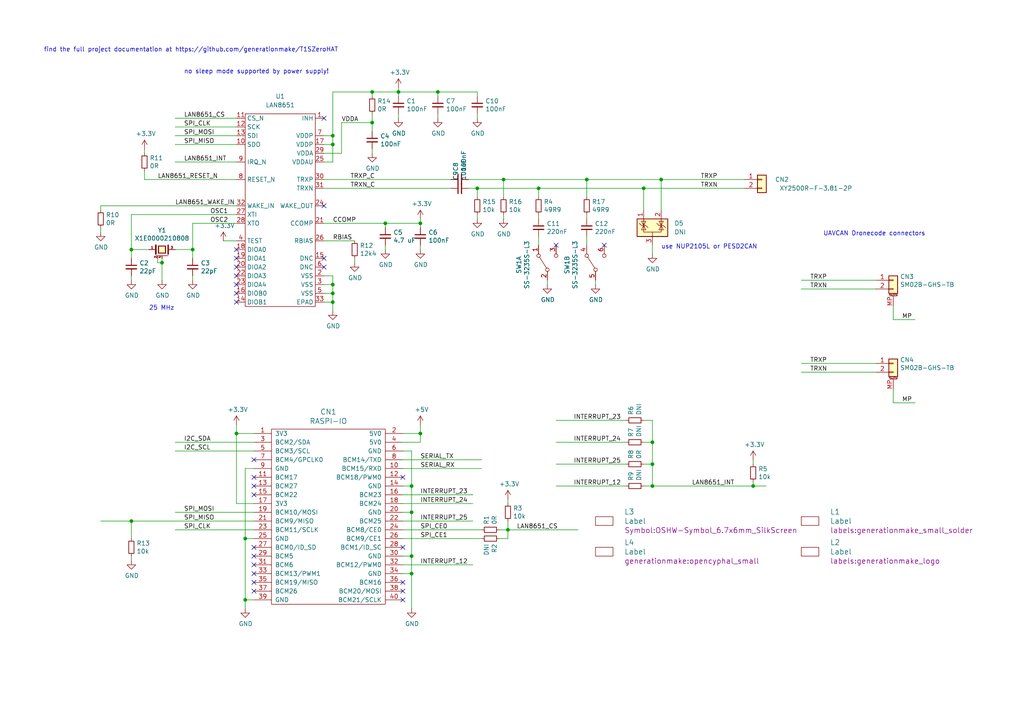
<source format=kicad_sch>
(kicad_sch (version 20211123) (generator eeschema)
  (paper "A4")
  (title_block (title "T1SZeroHAT") (date "2023-08-28") (rev "0.1") (company "generationmake"))
  (lib_symbols
    (symbol "CANFDZeroHAT-rescue:Crystal_SMD_4Pad-devices" (pin_names (offset 1.016) hide)
      (property "Reference" "Y" (at 0 2.286 0))
      (property "Value" "Crystal_SMD_4Pad-devices" (at 2.54 -2.54 0))
      (symbol "Crystal_SMD_4Pad-devices_0_1"
        (polyline (pts (xy -1.778 -1.778) (xy 1.778 -1.778)))
        (polyline (pts (xy -1.778 -1.778) (xy 1.778 -1.778)))
        (polyline (pts (xy -1.778 1.27) (xy -1.778 -1.27)) (stroke (width 0.4064)))
        (polyline (pts (xy -1.778 1.27) (xy -1.778 -1.27)) (stroke (width 0.4064)))
        (polyline (pts (xy 1.778 1.27) (xy 1.778 -1.27)) (stroke (width 0.4064)))
        (polyline (pts (xy -1.016 1.016) (xy 1.016 1.016) (xy 1.016 -1.016) (xy -1.016 -1.016) (xy -1.016 1.016)) (stroke (width 0.3048)) (fill (type background)))
      )
      (symbol "Crystal_SMD_4Pad-devices_1_1"
        (pin passive line (at -3.81 0 0) (length 1.905) (name "1") (number "1"))
        (pin passive line (at -1.27 -2.54 90) (length 0.7112) (name "case") (number "2"))
        (pin passive line (at 3.81 0 180) (length 1.905) (name "3") (number "3"))
        (pin passive line (at 0 -2.54 90) (length 0.7112) (name "case") (number "4"))
      )
    )
    (symbol "CANFDZeroHAT-rescue:RASPI-IO-MODULE_compute" (pin_names (offset 1.016))
      (property "Reference" "CN" (at 0 26.67 0))
      (property "Value" "RASPI-IO-MODULE_compute" (at 0 -26.67 0))
      (symbol "RASPI-IO-MODULE_compute_0_1"
        (rectangle (start -16.51 25.4) (end 16.51 -25.4))
      )
      (symbol "RASPI-IO-MODULE_compute_1_1"
        (pin input line (at -21.59 24.13 0) (length 5.08) (name "3V3") (number "1"))
        (pin input line (at 21.59 13.97 180) (length 5.08) (name "BCM15/RXD") (number "10"))
        (pin input line (at -21.59 11.43 0) (length 5.08) (name "BCM17") (number "11"))
        (pin input line (at 21.59 11.43 180) (length 5.08) (name "BCM18/PWM0") (number "12"))
        (pin input line (at -21.59 8.89 0) (length 5.08) (name "BCM27") (number "13"))
        (pin input line (at 21.59 8.89 180) (length 5.08) (name "GND") (number "14"))
        (pin input line (at -21.59 6.35 0) (length 5.08) (name "BCM22") (number "15"))
        (pin input line (at 21.59 6.35 180) (length 5.08) (name "BCM23") (number "16"))
        (pin input line (at -21.59 3.81 0) (length 5.08) (name "3V3") (number "17"))
        (pin input line (at 21.59 3.81 180) (length 5.08) (name "BCM24") (number "18"))
        (pin input line (at -21.59 1.27 0) (length 5.08) (name "BCM10/MOSI") (number "19"))
        (pin input line (at 21.59 24.13 180) (length 5.08) (name "5V0") (number "2"))
        (pin input line (at 21.59 1.27 180) (length 5.08) (name "GND") (number "20"))
        (pin input line (at -21.59 -1.27 0) (length 5.08) (name "BCM9/MISO") (number "21"))
        (pin input line (at 21.59 -1.27 180) (length 5.08) (name "BCM25") (number "22"))
        (pin input line (at -21.59 -3.81 0) (length 5.08) (name "BCM11/SCLK") (number "23"))
        (pin input line (at 21.59 -3.81 180) (length 5.08) (name "BCM8/CE0") (number "24"))
        (pin input line (at -21.59 -6.35 0) (length 5.08) (name "GND") (number "25"))
        (pin input line (at 21.59 -6.35 180) (length 5.08) (name "BCM9/CE1") (number "26"))
        (pin input line (at -21.59 -8.89 0) (length 5.08) (name "BCM0/ID_SD") (number "27"))
        (pin input line (at 21.59 -8.89 180) (length 5.08) (name "BCM1/ID_SC") (number "28"))
        (pin input line (at -21.59 -11.43 0) (length 5.08) (name "BCM5") (number "29"))
        (pin input line (at -21.59 21.59 0) (length 5.08) (name "BCM2/SDA") (number "3"))
        (pin input line (at 21.59 -11.43 180) (length 5.08) (name "GND") (number "30"))
        (pin input line (at -21.59 -13.97 0) (length 5.08) (name "BCM6") (number "31"))
        (pin input line (at 21.59 -13.97 180) (length 5.08) (name "BCM12/PWM0") (number "32"))
        (pin input line (at -21.59 -16.51 0) (length 5.08) (name "BCM13/PWM1") (number "33"))
        (pin input line (at 21.59 -16.51 180) (length 5.08) (name "GND") (number "34"))
        (pin input line (at -21.59 -19.05 0) (length 5.08) (name "BCM19/MISO") (number "35"))
        (pin input line (at 21.59 -19.05 180) (length 5.08) (name "BCM16") (number "36"))
        (pin input line (at -21.59 -21.59 0) (length 5.08) (name "BCM26") (number "37"))
        (pin input line (at 21.59 -21.59 180) (length 5.08) (name "BCM20/MOSI") (number "38"))
        (pin input line (at -21.59 -24.13 0) (length 5.08) (name "GND") (number "39"))
        (pin input line (at 21.59 21.59 180) (length 5.08) (name "5V0") (number "4"))
        (pin input line (at 21.59 -24.13 180) (length 5.08) (name "BCM21/SCLK") (number "40"))
        (pin input line (at -21.59 19.05 0) (length 5.08) (name "BCM3/SCL") (number "5"))
        (pin input line (at 21.59 19.05 180) (length 5.08) (name "GND") (number "6"))
        (pin input line (at -21.59 16.51 0) (length 5.08) (name "BCM4/GPCLK0") (number "7"))
        (pin input line (at 21.59 16.51 180) (length 5.08) (name "BCM14/TXD") (number "8"))
        (pin input line (at -21.59 13.97 0) (length 5.08) (name "GND") (number "9"))
      )
    )
    (symbol "Connector_Generic:Conn_01x02" (pin_names (offset 1.016) hide)
      (property "Reference" "J" (at 0 2.54 0))
      (property "Value" "Conn_01x02" (at 0 -5.08 0))
      (symbol "Conn_01x02_1_1"
        (rectangle (start -1.27 -2.413) (end 0 -2.667) (stroke (width 0.1524)))
        (rectangle (start -1.27 0.127) (end 0 -0.127) (stroke (width 0.1524)))
        (rectangle (start -1.27 1.27) (end 1.27 -3.81) (stroke (width 0.254)) (fill (type background)))
        (pin passive line (at -5.08 0 0) (length 3.81) (name "Pin_1") (number "1"))
        (pin passive line (at -5.08 -2.54 0) (length 3.81) (name "Pin_2") (number "2"))
      )
    )
    (symbol "Connector_Generic_MountingPin:Conn_01x02_MountingPin" (pin_names (offset 1.016) hide)
      (property "Reference" "J" (at 0 2.54 0))
      (property "Value" "Conn_01x02_MountingPin" (at 1.27 -5.08 0))
      (symbol "Conn_01x02_MountingPin_1_1"
        (rectangle (start -1.27 -2.413) (end 0 -2.667) (stroke (width 0.1524)))
        (rectangle (start -1.27 0.127) (end 0 -0.127) (stroke (width 0.1524)))
        (rectangle (start -1.27 1.27) (end 1.27 -3.81) (stroke (width 0.254)) (fill (type background)))
        (polyline (pts (xy -1.016 -4.572) (xy 1.016 -4.572)) (stroke (width 0.1524)))
        (text "Mounting" (at 0 -4.191 0) (effects (font (size 0.381 0.381))))
        (pin passive line (at -5.08 0 0) (length 3.81) (name "Pin_1") (number "1"))
        (pin passive line (at -5.08 -2.54 0) (length 3.81) (name "Pin_2") (number "2"))
        (pin passive line (at 0 -7.62 90) (length 3.048) (name "MountPin") (number "MP"))
      )
    )
    (symbol "Device:C_Small" (pin_numbers hide) (pin_names (offset 0.254) hide)
      (property "Reference" "C" (at 0.254 1.778 0))
      (property "Value" "C_Small" (at 0.254 -2.032 0))
      (symbol "C_Small_0_1"
        (polyline (pts (xy -1.524 -0.508) (xy 1.524 -0.508)) (stroke (width 0.3302)))
        (polyline (pts (xy -1.524 0.508) (xy 1.524 0.508)) (stroke (width 0.3048)))
      )
      (symbol "C_Small_1_1"
        (pin passive line (at 0 2.54 270) (length 2.032) (name "~") (number "1"))
        (pin passive line (at 0 -2.54 90) (length 2.032) (name "~") (number "2"))
      )
    )
    (symbol "Device:R_Small" (pin_numbers hide) (pin_names (offset 0.254) hide)
      (property "Reference" "R" (at 0.762 0.508 0))
      (property "Value" "R_Small" (at 0.762 -1.016 0))
      (symbol "R_Small_0_1"
        (rectangle (start -0.762 1.778) (end 0.762 -1.778) (stroke (width 0.2032)))
      )
      (symbol "R_Small_1_1"
        (pin passive line (at 0 2.54 270) (length 0.762) (name "~") (number "1"))
        (pin passive line (at 0 -2.54 90) (length 0.762) (name "~") (number "2"))
      )
    )
    (symbol "Power_Protection:NUP2105L" (pin_names hide)
      (property "Reference" "D" (at 5.715 2.54 0))
      (property "Value" "NUP2105L" (at 5.715 0.635 0))
      (symbol "NUP2105L_0_0"
        (pin passive line (at 0 -5.08 90) (length 2.54) (name "A") (number "3"))
      )
      (symbol "NUP2105L_0_1"
        (rectangle (start -4.445 2.54) (end 4.445 -2.54) (stroke (width 0.254)) (fill (type background)))
        (polyline (pts (xy -2.54 2.54) (xy -2.54 0.635)))
        (polyline (pts (xy 0 -1.27) (xy 0 -2.54)))
        (polyline (pts (xy 2.54 2.54) (xy 2.54 0.635)))
        (polyline (pts (xy -3.81 1.27) (xy -3.175 0.635) (xy -1.905 0.635) (xy -1.27 0)))
        (polyline (pts (xy -2.54 0.635) (xy -2.54 -1.27) (xy 2.54 -1.27) (xy 2.54 0.635)))
        (polyline (pts (xy -2.54 0.635) (xy -1.905 -0.635) (xy -3.175 -0.635) (xy -2.54 0.635)))
        (polyline (pts (xy 2.54 0.635) (xy 1.905 -0.635) (xy 3.175 -0.635) (xy 2.54 0.635)))
        (polyline (pts (xy 2.54 0.635) (xy 3.175 1.905) (xy 1.905 1.905) (xy 2.54 0.635)))
        (polyline (pts (xy -2.54 0.635) (xy -3.175 1.905) (xy -1.905 1.905) (xy -2.54 0.635) (xy -2.54 1.27)))
        (polyline (pts (xy 1.27 1.27) (xy 1.905 0.635) (xy 2.54 0.635) (xy 3.175 0.635) (xy 3.81 0)))
      )
      (symbol "NUP2105L_1_1"
        (pin passive line (at -2.54 5.08 270) (length 2.54) (name "K") (number "1"))
        (pin passive line (at 2.54 5.08 270) (length 2.54) (name "K") (number "2"))
      )
    )
    (symbol "Switch:SW_DPDT_x2" (pin_names (offset 0) hide)
      (property "Reference" "SW" (at 0 4.318 0))
      (property "Value" "SW_DPDT_x2" (at 0 -5.08 0))
      (symbol "SW_DPDT_x2_0_0"
        (circle (center -2.032 0) (radius 0.508))
        (circle (center 2.032 -2.54) (radius 0.508))
      )
      (symbol "SW_DPDT_x2_0_1"
        (polyline (pts (xy -1.524 0.254) (xy 1.651 2.286)))
        (circle (center 2.032 2.54) (radius 0.508))
      )
      (symbol "SW_DPDT_x2_1_1"
        (pin passive line (at 5.08 2.54 180) (length 2.54) (name "A") (number "1"))
        (pin passive line (at -5.08 0 0) (length 2.54) (name "B") (number "2"))
        (pin passive line (at 5.08 -2.54 180) (length 2.54) (name "C") (number "3"))
      )
      (symbol "SW_DPDT_x2_2_1"
        (pin passive line (at 5.08 2.54 180) (length 2.54) (name "A") (number "4"))
        (pin passive line (at -5.08 0 0) (length 2.54) (name "B") (number "5"))
        (pin passive line (at 5.08 -2.54 180) (length 2.54) (name "C") (number "6"))
      )
    )
    (symbol "generationmake:LAN8651"
      (property "Reference" "U" (at 0 0 0))
      (property "Value" "LAN8651" (at -1.27 0 0))
      (symbol "LAN8651_0_1"
        (polyline (pts (xy -10.16 24.13) (xy 10.16 24.13) (xy 10.16 -31.75) (xy -10.16 -31.75) (xy -10.16 24.13)))
      )
      (symbol "LAN8651_1_1"
        (pin input line (at 12.7 22.86 180) (length 2.54) (name "INH") (number "1"))
        (pin input line (at -12.7 15.24 0) (length 2.54) (name "SDO") (number "10"))
        (pin input line (at -12.7 22.86 0) (length 2.54) (name "CS_N") (number "11"))
        (pin input line (at -12.7 20.32 0) (length 2.54) (name "SCK") (number "12"))
        (pin input line (at -12.7 17.78 0) (length 2.54) (name "SDI") (number "13"))
        (pin input line (at -12.7 -30.48 0) (length 2.54) (name "DIOB1") (number "14"))
        (pin input line (at 12.7 -17.78 180) (length 2.54) (name "DNC") (number "15"))
        (pin input line (at -12.7 -27.94 0) (length 2.54) (name "DIOB0") (number "16"))
        (pin input line (at 12.7 15.24 180) (length 2.54) (name "VDDP") (number "17"))
        (pin input line (at -12.7 -15.24 0) (length 2.54) (name "DIOA0") (number "18"))
        (pin input line (at -12.7 -17.78 0) (length 2.54) (name "DIOA1") (number "19"))
        (pin input line (at 12.7 -22.86 180) (length 2.54) (name "VSS") (number "2"))
        (pin input line (at -12.7 -20.32 0) (length 2.54) (name "DIOA2") (number "20"))
        (pin input line (at 12.7 -7.62 180) (length 2.54) (name "CCOMP") (number "21"))
        (pin input line (at -12.7 -22.86 0) (length 2.54) (name "DIOA3") (number "22"))
        (pin input line (at -12.7 -25.4 0) (length 2.54) (name "DIOA4") (number "23"))
        (pin input line (at 12.7 -2.54 180) (length 2.54) (name "WAKE_OUT") (number "24"))
        (pin input line (at 12.7 10.16 180) (length 2.54) (name "VDDAU") (number "25"))
        (pin input line (at 12.7 -12.7 180) (length 2.54) (name "RBIAS") (number "26"))
        (pin input line (at -12.7 -5.08 0) (length 2.54) (name "XTI") (number "27"))
        (pin input line (at -12.7 -7.62 0) (length 2.54) (name "XTO") (number "28"))
        (pin input line (at 12.7 12.7 180) (length 2.54) (name "VDDA") (number "29"))
        (pin input line (at 12.7 -25.4 180) (length 2.54) (name "VSS") (number "3"))
        (pin input line (at 12.7 5.08 180) (length 2.54) (name "TRXP") (number "30"))
        (pin input line (at 12.7 2.54 180) (length 2.54) (name "TRXN") (number "31"))
        (pin input line (at -12.7 -2.54 0) (length 2.54) (name "WAKE_IN") (number "32"))
        (pin input line (at 12.7 -30.48 180) (length 2.54) (name "EPAD") (number "33"))
        (pin input line (at -12.7 -12.7 0) (length 2.54) (name "TEST") (number "4"))
        (pin input line (at 12.7 -27.94 180) (length 2.54) (name "VSS") (number "5"))
        (pin input line (at 12.7 -20.32 180) (length 2.54) (name "DNC") (number "6"))
        (pin input line (at 12.7 17.78 180) (length 2.54) (name "VDDP") (number "7"))
        (pin input line (at -12.7 5.08 0) (length 2.54) (name "RESET_N") (number "8"))
        (pin input line (at -12.7 10.16 0) (length 2.54) (name "IRQ_N") (number "9"))
      )
    )
    (symbol "generationmake:Label"
      (property "Reference" "L" (at 0 0 0))
      (property "Value" "Label" (at 0 0 0))
      (symbol "Label_0_1"
        (rectangle (start -2.54 1.27) (end 2.54 -1.27))
      )
    )
    (symbol "power:+3.3V" (power) (pin_names (offset 0))
      (property "Value" "+3.3V" (at 0 3.556 0))
      (symbol "+3.3V_0_1"
        (polyline (pts (xy -0.762 1.27) (xy 0 2.54)))
        (polyline (pts (xy 0 0) (xy 0 2.54)))
        (polyline (pts (xy 0 2.54) (xy 0.762 1.27)))
      )
      (symbol "+3.3V_1_1"
        (pin power_in line (at 0 0 90) (length 0) hide (name "+3.3V") (number "1"))
      )
    )
    (symbol "power:+5V" (power) (pin_names (offset 0))
      (property "Value" "+5V" (at 0 3.556 0))
      (symbol "+5V_0_1"
        (polyline (pts (xy -0.762 1.27) (xy 0 2.54)))
        (polyline (pts (xy 0 0) (xy 0 2.54)))
        (polyline (pts (xy 0 2.54) (xy 0.762 1.27)))
      )
      (symbol "+5V_1_1"
        (pin power_in line (at 0 0 90) (length 0) hide (name "+5V") (number "1"))
      )
    )
    (symbol "power:GND" (power) (pin_names (offset 0))
      (property "Value" "GND" (at 0 -3.81 0))
      (symbol "GND_0_1"
        (polyline (pts (xy 0 0) (xy 0 -1.27) (xy 1.27 -1.27) (xy 0 -2.54) (xy -1.27 -1.27) (xy 0 -1.27)))
      )
      (symbol "GND_1_1"
        (pin power_in line (at 0 0 270) (length 0) hide (name "GND") (number "1"))
      )
    )
  )
  (junction (at 71.12 173.99))
  (junction (at 46.99 76.2))
  (junction (at 111.76 64.77))
  (junction (at 127 26.67))
  (junction (at 96.52 87.63))
  (junction (at 68.58 125.73))
  (junction (at 96.52 82.55))
  (junction (at 121.92 64.77))
  (junction (at 138.43 54.61))
  (junction (at 170.18 52.07))
  (junction (at 71.12 156.21))
  (junction (at 38.1 72.39))
  (junction (at 156.21 54.61))
  (junction (at 96.52 41.91))
  (junction (at 96.52 39.37))
  (junction (at 119.38 166.37))
  (junction (at 189.23 140.97))
  (junction (at 189.23 134.62))
  (junction (at 189.23 128.27))
  (junction (at 55.88 72.39))
  (junction (at 146.05 52.07))
  (junction (at 107.95 26.67))
  (junction (at 191.77 52.07))
  (junction (at 119.38 148.59))
  (junction (at 38.1 151.13))
  (junction (at 218.44 140.97))
  (junction (at 115.57 26.67))
  (junction (at 147.32 153.67))
  (junction (at 119.38 161.29))
  (junction (at 107.95 35.56))
  (junction (at 119.38 140.97))
  (junction (at 96.52 85.09))
  (junction (at 121.92 125.73))
  (junction (at 186.69 54.61))
  (no_connect (at 68.58 82.55))
  (no_connect (at 73.66 138.43))
  (no_connect (at 73.66 140.97))
  (no_connect (at 68.58 85.09))
  (no_connect (at 73.66 171.45))
  (no_connect (at 73.66 168.91))
  (no_connect (at 73.66 166.37))
  (no_connect (at 93.98 34.29))
  (no_connect (at 93.98 74.93))
  (no_connect (at 73.66 133.35))
  (no_connect (at 73.66 143.51))
  (no_connect (at 68.58 77.47))
  (no_connect (at 73.66 161.29))
  (no_connect (at 175.26 71.12))
  (no_connect (at 68.58 80.01))
  (no_connect (at 68.58 74.93))
  (no_connect (at 93.98 77.47))
  (no_connect (at 116.84 168.91))
  (no_connect (at 116.84 158.75))
  (no_connect (at 116.84 173.99))
  (no_connect (at 161.29 71.12))
  (no_connect (at 68.58 72.39))
  (no_connect (at 68.58 87.63))
  (no_connect (at 116.84 171.45))
  (no_connect (at 93.98 59.69))
  (no_connect (at 116.84 138.43))
  (no_connect (at 73.66 163.83))
  (no_connect (at 73.66 158.75))
  (wire (pts (xy 41.91 43.18) (xy 41.91 44.45)))
  (wire (pts (xy 38.1 72.39) (xy 38.1 74.93)))
  (wire (pts (xy 161.29 128.27) (xy 181.61 128.27)))
  (wire (pts (xy 99.06 35.56) (xy 107.95 35.56)))
  (wire (pts (xy 121.92 71.12) (xy 121.92 72.39)))
  (wire (pts (xy 218.44 140.97) (xy 222.25 140.97)))
  (wire (pts (xy 144.78 153.67) (xy 147.32 153.67)))
  (wire (pts (xy 161.29 134.62) (xy 181.61 134.62)))
  (wire (pts (xy 116.84 125.73) (xy 121.92 125.73)))
  (wire (pts (xy 189.23 128.27) (xy 189.23 134.62)))
  (wire (pts (xy 38.1 80.01) (xy 38.1 81.28)))
  (wire (pts (xy 96.52 26.67) (xy 107.95 26.67)))
  (wire (pts (xy 186.69 54.61) (xy 186.69 60.96)))
  (wire (pts (xy 93.98 82.55) (xy 96.52 82.55)))
  (wire (pts (xy 111.76 64.77) (xy 121.92 64.77)))
  (wire (pts (xy 119.38 161.29) (xy 119.38 166.37)))
  (wire (pts (xy 107.95 26.67) (xy 107.95 27.94)))
  (wire (pts (xy 50.8 148.59) (xy 73.66 148.59)))
  (wire (pts (xy 172.72 81.28) (xy 172.72 82.55)))
  (wire (pts (xy 38.1 62.23) (xy 68.58 62.23)))
  (wire (pts (xy 93.98 54.61) (xy 130.81 54.61)))
  (wire (pts (xy 186.69 134.62) (xy 189.23 134.62)))
  (wire (pts (xy 127 26.67) (xy 138.43 26.67)))
  (wire (pts (xy 116.84 166.37) (xy 119.38 166.37)))
  (wire (pts (xy 139.7 156.21) (xy 116.84 156.21)))
  (wire (pts (xy 158.75 81.28) (xy 158.75 82.55)))
  (wire (pts (xy 107.95 33.02) (xy 107.95 35.56)))
  (wire (pts (xy 68.58 125.73) (xy 68.58 123.19)))
  (wire (pts (xy 50.8 130.81) (xy 73.66 130.81)))
  (wire (pts (xy 93.98 39.37) (xy 96.52 39.37)))
  (wire (pts (xy 115.57 33.02) (xy 115.57 34.29)))
  (wire (pts (xy 115.57 26.67) (xy 127 26.67)))
  (wire (pts (xy 116.84 140.97) (xy 119.38 140.97)))
  (wire (pts (xy 93.98 80.01) (xy 96.52 80.01)))
  (wire (pts (xy 115.57 27.94) (xy 115.57 26.67)))
  (wire (pts (xy 29.21 66.04) (xy 29.21 67.31)))
  (wire (pts (xy 138.43 26.67) (xy 138.43 27.94)))
  (wire (pts (xy 161.29 140.97) (xy 181.61 140.97)))
  (wire (pts (xy 68.58 52.07) (xy 41.91 52.07)))
  (wire (pts (xy 186.69 54.61) (xy 215.9 54.61)))
  (wire (pts (xy 43.18 72.39) (xy 38.1 72.39)))
  (wire (pts (xy 265.43 116.84) (xy 259.08 116.84)))
  (wire (pts (xy 259.08 88.9) (xy 259.08 92.71)))
  (wire (pts (xy 107.95 43.18) (xy 107.95 44.45)))
  (wire (pts (xy 186.69 128.27) (xy 189.23 128.27)))
  (wire (pts (xy 55.88 64.77) (xy 68.58 64.77)))
  (wire (pts (xy 170.18 52.07) (xy 170.18 57.15)))
  (wire (pts (xy 45.72 76.2) (xy 46.99 76.2)))
  (wire (pts (xy 96.52 39.37) (xy 96.52 26.67)))
  (wire (pts (xy 111.76 64.77) (xy 111.76 66.04)))
  (wire (pts (xy 38.1 151.13) (xy 73.66 151.13)))
  (wire (pts (xy 55.88 80.01) (xy 55.88 81.28)))
  (wire (pts (xy 93.98 64.77) (xy 111.76 64.77)))
  (wire (pts (xy 147.32 144.78) (xy 147.32 146.05)))
  (wire (pts (xy 93.98 46.99) (xy 96.52 46.99)))
  (wire (pts (xy 64.77 69.85) (xy 68.58 69.85)))
  (wire (pts (xy 156.21 62.23) (xy 156.21 63.5)))
  (wire (pts (xy 50.8 34.29) (xy 68.58 34.29)))
  (wire (pts (xy 156.21 68.58) (xy 156.21 71.12)))
  (wire (pts (xy 161.29 121.92) (xy 181.61 121.92)))
  (wire (pts (xy 135.89 54.61) (xy 138.43 54.61)))
  (wire (pts (xy 119.38 148.59) (xy 119.38 161.29)))
  (wire (pts (xy 116.84 130.81) (xy 119.38 130.81)))
  (wire (pts (xy 146.05 52.07) (xy 146.05 57.15)))
  (wire (pts (xy 116.84 143.51) (xy 137.16 143.51)))
  (wire (pts (xy 119.38 130.81) (xy 119.38 140.97)))
  (wire (pts (xy 232.41 83.82) (xy 254 83.82)))
  (wire (pts (xy 139.7 133.35) (xy 116.84 133.35)))
  (wire (pts (xy 55.88 64.77) (xy 55.88 72.39)))
  (wire (pts (xy 73.66 146.05) (xy 68.58 146.05)))
  (wire (pts (xy 121.92 63.5) (xy 121.92 64.77)))
  (wire (pts (xy 50.8 46.99) (xy 68.58 46.99)))
  (wire (pts (xy 96.52 85.09) (xy 96.52 87.63)))
  (wire (pts (xy 93.98 85.09) (xy 96.52 85.09)))
  (wire (pts (xy 116.84 128.27) (xy 121.92 128.27)))
  (wire (pts (xy 93.98 52.07) (xy 130.81 52.07)))
  (wire (pts (xy 50.8 128.27) (xy 73.66 128.27)))
  (wire (pts (xy 139.7 153.67) (xy 116.84 153.67)))
  (wire (pts (xy 265.43 92.71) (xy 259.08 92.71)))
  (wire (pts (xy 147.32 156.21) (xy 147.32 153.67)))
  (wire (pts (xy 147.32 151.13) (xy 147.32 153.67)))
  (wire (pts (xy 170.18 52.07) (xy 191.77 52.07)))
  (wire (pts (xy 73.66 125.73) (xy 68.58 125.73)))
  (wire (pts (xy 107.95 26.67) (xy 115.57 26.67)))
  (wire (pts (xy 96.52 46.99) (xy 96.52 41.91)))
  (wire (pts (xy 127 33.02) (xy 127 34.29)))
  (wire (pts (xy 119.38 140.97) (xy 119.38 148.59)))
  (wire (pts (xy 116.84 161.29) (xy 119.38 161.29)))
  (wire (pts (xy 146.05 62.23) (xy 146.05 63.5)))
  (wire (pts (xy 96.52 82.55) (xy 96.52 85.09)))
  (wire (pts (xy 73.66 173.99) (xy 71.12 173.99)))
  (wire (pts (xy 102.87 74.93) (xy 102.87 76.2)))
  (wire (pts (xy 116.84 148.59) (xy 119.38 148.59)))
  (wire (pts (xy 29.21 59.69) (xy 68.58 59.69)))
  (wire (pts (xy 119.38 166.37) (xy 119.38 176.53)))
  (wire (pts (xy 50.8 153.67) (xy 73.66 153.67)))
  (wire (pts (xy 107.95 35.56) (xy 107.95 38.1)))
  (wire (pts (xy 121.92 125.73) (xy 121.92 128.27)))
  (wire (pts (xy 116.84 163.83) (xy 137.16 163.83)))
  (wire (pts (xy 71.12 135.89) (xy 71.12 156.21)))
  (wire (pts (xy 29.21 151.13) (xy 38.1 151.13)))
  (wire (pts (xy 46.99 74.93) (xy 46.99 76.2)))
  (wire (pts (xy 71.12 173.99) (xy 71.12 176.53)))
  (wire (pts (xy 127 26.67) (xy 127 27.94)))
  (wire (pts (xy 135.89 52.07) (xy 146.05 52.07)))
  (wire (pts (xy 232.41 107.95) (xy 254 107.95)))
  (wire (pts (xy 121.92 64.77) (xy 121.92 66.04)))
  (wire (pts (xy 38.1 62.23) (xy 38.1 72.39)))
  (wire (pts (xy 68.58 146.05) (xy 68.58 125.73)))
  (wire (pts (xy 45.72 74.93) (xy 45.72 76.2)))
  (wire (pts (xy 73.66 135.89) (xy 71.12 135.89)))
  (wire (pts (xy 139.7 135.89) (xy 116.84 135.89)))
  (wire (pts (xy 186.69 140.97) (xy 189.23 140.97)))
  (wire (pts (xy 218.44 139.7) (xy 218.44 140.97)))
  (wire (pts (xy 38.1 151.13) (xy 38.1 156.21)))
  (wire (pts (xy 116.84 146.05) (xy 137.16 146.05)))
  (wire (pts (xy 50.8 41.91) (xy 68.58 41.91)))
  (wire (pts (xy 38.1 161.29) (xy 38.1 162.56)))
  (wire (pts (xy 121.92 123.19) (xy 121.92 125.73)))
  (wire (pts (xy 170.18 62.23) (xy 170.18 63.5)))
  (wire (pts (xy 218.44 133.35) (xy 218.44 134.62)))
  (wire (pts (xy 147.32 153.67) (xy 167.64 153.67)))
  (wire (pts (xy 50.8 72.39) (xy 55.88 72.39)))
  (wire (pts (xy 29.21 59.69) (xy 29.21 60.96)))
  (wire (pts (xy 232.41 105.41) (xy 254 105.41)))
  (wire (pts (xy 232.41 81.28) (xy 254 81.28)))
  (wire (pts (xy 156.21 54.61) (xy 186.69 54.61)))
  (wire (pts (xy 191.77 52.07) (xy 191.77 60.96)))
  (wire (pts (xy 146.05 52.07) (xy 170.18 52.07)))
  (wire (pts (xy 138.43 54.61) (xy 138.43 57.15)))
  (wire (pts (xy 93.98 69.85) (xy 102.87 69.85)))
  (wire (pts (xy 50.8 36.83) (xy 68.58 36.83)))
  (wire (pts (xy 116.84 151.13) (xy 137.16 151.13)))
  (wire (pts (xy 186.69 121.92) (xy 189.23 121.92)))
  (wire (pts (xy 93.98 87.63) (xy 96.52 87.63)))
  (wire (pts (xy 156.21 54.61) (xy 156.21 57.15)))
  (wire (pts (xy 96.52 87.63) (xy 96.52 90.17)))
  (wire (pts (xy 73.66 156.21) (xy 71.12 156.21)))
  (wire (pts (xy 115.57 26.67) (xy 115.57 25.4)))
  (wire (pts (xy 138.43 54.61) (xy 156.21 54.61)))
  (wire (pts (xy 93.98 41.91) (xy 96.52 41.91)))
  (wire (pts (xy 96.52 41.91) (xy 96.52 39.37)))
  (wire (pts (xy 138.43 33.02) (xy 138.43 34.29)))
  (wire (pts (xy 144.78 156.21) (xy 147.32 156.21)))
  (wire (pts (xy 96.52 80.01) (xy 96.52 82.55)))
  (wire (pts (xy 191.77 52.07) (xy 215.9 52.07)))
  (wire (pts (xy 259.08 113.03) (xy 259.08 116.84)))
  (wire (pts (xy 55.88 72.39) (xy 55.88 74.93)))
  (wire (pts (xy 93.98 44.45) (xy 99.06 44.45)))
  (wire (pts (xy 170.18 68.58) (xy 170.18 71.12)))
  (wire (pts (xy 111.76 71.12) (xy 111.76 72.39)))
  (wire (pts (xy 189.23 134.62) (xy 189.23 140.97)))
  (wire (pts (xy 189.23 121.92) (xy 189.23 128.27)))
  (wire (pts (xy 41.91 52.07) (xy 41.91 49.53)))
  (wire (pts (xy 189.23 140.97) (xy 218.44 140.97)))
  (wire (pts (xy 189.23 71.12) (xy 189.23 73.66)))
  (wire (pts (xy 46.99 76.2) (xy 46.99 81.28)))
  (wire (pts (xy 138.43 62.23) (xy 138.43 63.5)))
  (wire (pts (xy 71.12 156.21) (xy 71.12 173.99)))
  (wire (pts (xy 50.8 39.37) (xy 68.58 39.37)))
  (wire (pts (xy 99.06 44.45) (xy 99.06 35.56)))
  (text "find the full project documentation at https://github.com/generationmake/T1SZeroHAT" (at 12.7 15.24 0) (effects (font (size 1.27 1.27)) (justify left bottom)))
  (text "UAVCAN Dronecode connectors" (at 238.76 68.58 0) (effects (font (size 1.27 1.27)) (justify left bottom)))
  (text "use NUP2105L or PESD2CAN" (at 191.77 72.39 0) (effects (font (size 1.27 1.27)) (justify left bottom)))
  (text "no sleep mode supported by power supply!" (at 53.34 21.59 0) (effects (font (size 1.27 1.27)) (justify left bottom)))
  (text "25 MHz" (at 43.18 90.17 0) (effects (font (size 1.27 1.27)) (justify left bottom)))
  (label "SPI_CE0" (at 121.92 153.67 0))
  (label "OSC1" (at 60.96 62.23 0))
  (label "LAN8651_RESET_N" (at 45.72 52.07 0))
  (label "INTERRUPT_12" (at 121.92 163.83 0))
  (label "INTERRUPT_24" (at 121.92 146.05 0))
  (label "MP" (at 261.62 116.84 0))
  (label "TRXP_C" (at 101.6 52.07 0))
  (label "INTERRUPT_25" (at 121.92 151.13 0))
  (label "MP" (at 261.62 92.71 0))
  (label "SPI_MISO" (at 53.34 41.91 0))
  (label "TRXN" (at 234.95 83.82 0))
  (label "LAN8651_INT" (at 200.66 140.97 0))
  (label "CCOMP" (at 96.52 64.77 0))
  (label "TRXP" (at 203.2 52.07 0))
  (label "LAN8651_CS" (at 149.86 153.67 0))
  (label "LAN8651_CS" (at 53.34 34.29 0))
  (label "INTERRUPT_12" (at 166.37 140.97 0))
  (label "TRXN" (at 234.95 107.95 0))
  (label "INTERRUPT_24" (at 166.37 128.27 0))
  (label "TRXP" (at 234.95 81.28 0))
  (label "TRXN_C" (at 101.6 54.61 0))
  (label "INTERRUPT_23" (at 166.37 121.92 0))
  (label "I2C_SDA" (at 53.34 128.27 0))
  (label "INTERRUPT_23" (at 121.92 143.51 0))
  (label "TRXN" (at 203.2 54.61 0))
  (label "SERIAL_TX" (at 121.92 133.35 0))
  (label "SPI_CLK" (at 53.34 36.83 0))
  (label "LAN8651_WAKE_IN" (at 50.8 59.69 0))
  (label "SPI_MOSI" (at 53.34 39.37 0))
  (label "OSC2" (at 60.96 64.77 0))
  (label "I2C_SCL" (at 53.34 130.81 0))
  (label "TRXP" (at 234.95 105.41 0))
  (label "SERIAL_RX" (at 121.92 135.89 0))
  (label "SPI_MOSI" (at 53.34 148.59 0))
  (label "VDDA" (at 99.06 35.56 0))
  (label "INTERRUPT_25" (at 166.37 134.62 0))
  (label "SPI_MISO" (at 53.34 151.13 0))
  (label "LAN8651_INT" (at 53.34 46.99 0))
  (label "SPI_CLK" (at 53.34 153.67 0))
  (label "SPI_CE1" (at 121.92 156.21 0))
  (label "RBIAS" (at 96.52 69.85 0))
  (symbol (lib_id "CANFDZeroHAT-rescue:RASPI-IO-MODULE_compute") (at 95.25 149.86 0) (unit 1)
    (property "Reference" "CN1" (at 95.25 119.4562 0) (effects (font (size 1.524 1.524))))
    (property "Value" "RASPI-IO" (at 95.25 122.1486 0) (effects (font (size 1.524 1.524))))
    (property "Footprint" "MODULE_compute:RASPI_ZERO_HAT_EDGE" (effects hide))
    (property "LCSC" "C50982" (effects hide))
  )
  (symbol (lib_id "power:+3.3V") (at 68.58 123.19 0) (unit 1)
    (property "Reference" "#PWR0101" (effects hide))
    (property "Value" "+3V3" (at 68.961 118.7958 0))
  )
  (symbol (lib_id "power:GND") (at 71.12 176.53 0) (unit 1)
    (property "Reference" "#PWR0102" (effects hide))
    (property "Value" "GND" (at 71.247 180.9242 0))
  )
  (symbol (lib_id "power:GND") (at 119.38 176.53 0) (unit 1)
    (property "Reference" "#PWR0103" (effects hide))
    (property "Value" "GND" (at 119.507 180.9242 0))
  )
  (symbol (lib_id "power:+5V") (at 121.92 123.19 0) (unit 1)
    (property "Reference" "#PWR0104" (effects hide))
    (property "Value" "+5V" (at 122.301 118.7958 0))
  )
  (symbol (lib_id "Device:C_Small") (at 115.57 30.48 0) (unit 1)
    (property "Reference" "C1" (at 117.9068 29.3116 0) (effects (justify left)))
    (property "Value" "100nF" (at 117.9068 31.623 0) (effects (justify left)))
    (property "Footprint" "Capacitor_SMD:C_0603_1608Metric" (effects hide))
    (property "LCSC" "C14663" (effects hide))
  )
  (symbol (lib_id "CANFDZeroHAT-rescue:Crystal_SMD_4Pad-devices") (at 46.99 72.39 0) (unit 1)
    (property "Reference" "Y1" (at 46.99 66.802 0))
    (property "Value" "X1E0000210808" (at 46.99 69.1134 0))
    (property "Footprint" "Crystal:Crystal_SMD_3225-4Pin_3.2x2.5mm" (effects hide))
    (property "LCSC" "C255941" (effects hide))
  )
  (symbol (lib_id "power:+3.3V") (at 115.57 25.4 0) (unit 1)
    (property "Reference" "#PWR02" (effects hide))
    (property "Value" "+3V3" (at 115.951 21.0058 0))
  )
  (symbol (lib_id "Device:R_Small") (at 156.21 59.69 0) (unit 1)
    (property "Reference" "R4" (at 157.7086 58.5216 0) (effects (justify left)))
    (property "Value" "49R9" (at 157.7086 60.833 0) (effects (justify left)))
    (property "Footprint" "Resistor_SMD:R_0603_1608Metric" (effects hide))
  )
  (symbol (lib_id "Device:C_Small") (at 38.1 77.47 0) (unit 1) (in_bom no)
    (property "Reference" "C2" (at 40.4368 76.3016 0) (effects (justify left)))
    (property "Value" "22pF" (at 40.4368 78.613 0) (effects (justify left)))
    (property "Footprint" "Capacitor_SMD:C_0603_1608Metric" (effects hide))
  )
  (symbol (lib_id "Device:C_Small") (at 55.88 77.47 0) (unit 1) (in_bom no)
    (property "Reference" "C3" (at 58.2168 76.3016 0) (effects (justify left)))
    (property "Value" "22pF" (at 58.2168 78.613 0) (effects (justify left)))
    (property "Footprint" "Capacitor_SMD:C_0603_1608Metric" (effects hide))
  )
  (symbol (lib_id "power:GND") (at 38.1 81.28 0) (unit 1)
    (property "Reference" "#PWR04" (effects hide))
    (property "Value" "GND" (at 38.227 85.6742 0))
  )
  (symbol (lib_id "power:GND") (at 46.99 81.28 0) (unit 1)
    (property "Reference" "#PWR05" (effects hide))
    (property "Value" "GND" (at 47.117 85.6742 0))
  )
  (symbol (lib_id "power:GND") (at 55.88 81.28 0) (unit 1)
    (property "Reference" "#PWR06" (effects hide))
    (property "Value" "GND" (at 56.007 85.6742 0))
  )
  (symbol (lib_id "power:GND") (at 115.57 34.29 0) (unit 1)
    (property "Reference" "#PWR03" (effects hide))
    (property "Value" "GND" (at 115.697 38.6842 0))
  )
  (symbol (lib_id "Connector_Generic:Conn_01x02") (at 220.98 52.07 0) (unit 1)
    (property "Reference" "CN2" (at 224.79 52.07 0) (effects (justify left)))
    (property "Value" "XY2500R-F-3.81-2P" (at 226.06 54.61 0) (effects (justify left)))
    (property "Footprint" "Connector_Phoenix_MC:PhoenixContact_MC_1,5_2-G-3.81_1x02_P3.81mm_Horizontal" (effects hide))
  )
  (symbol (lib_id "Switch:SW_DPDT_x2") (at 158.75 76.2 90) (unit 1)
    (property "Reference" "SW1" (at 150.495 76.835 0))
    (property "Value" "SS-3235S-L3" (at 152.8064 76.835 0))
    (property "Footprint" "generationmake:SW_DPDT_XKB_SS-3235S-L3" (effects hide))
    (property "LCSC" "C381098" (effects hide))
  )
  (symbol (lib_id "Connector_Generic_MountingPin:Conn_01x02_MountingPin") (at 259.08 81.28 0) (unit 1)
    (property "Reference" "CN3" (at 261.0612 80.2386 0) (effects (justify left)))
    (property "Value" "SM02B-GHS-TB" (at 261.0612 82.55 0) (effects (justify left)))
    (property "Footprint" "Connector_JST:JST_GH_SM02B-GHS-TB_1x02-1MP_P1.25mm_Horizontal" (effects hide))
  )
  (symbol (lib_id "Connector_Generic_MountingPin:Conn_01x02_MountingPin") (at 259.08 105.41 0) (unit 1)
    (property "Reference" "CN4" (at 261.0612 104.3686 0) (effects (justify left)))
    (property "Value" "SM02B-GHS-TB" (at 261.0612 106.68 0) (effects (justify left)))
    (property "Footprint" "Connector_JST:JST_GH_SM02B-GHS-TB_1x02-1MP_P1.25mm_Horizontal" (effects hide))
  )
  (symbol (lib_id "generationmake:Label") (at 234.95 151.13 0) (unit 1) (in_bom no)
    (property "Reference" "L1" (at 240.7412 148.4376 0) (effects (font (size 1.524 1.524)) (justify left)))
    (property "Value" "Label" (at 240.7412 151.13 0) (effects (font (size 1.524 1.524)) (justify left)))
    (property "Footprint" "labels:generationmake_small_solder" (at 240.7412 153.8224 0) (effects (font (size 1.524 1.524)) (justify left)))
  )
  (symbol (lib_id "generationmake:Label") (at 234.95 160.02 0) (unit 1) (in_bom no)
    (property "Reference" "L2" (at 240.7412 157.3276 0) (effects (font (size 1.524 1.524)) (justify left)))
    (property "Value" "Label" (at 240.7412 160.02 0) (effects (font (size 1.524 1.524)) (justify left)))
    (property "Footprint" "labels:generationmake_logo" (at 240.7412 162.7124 0) (effects (font (size 1.524 1.524)) (justify left)))
  )
  (symbol (lib_id "Device:R_Small") (at 147.32 148.59 0) (unit 1)
    (property "Reference" "R3" (at 148.8186 147.4216 0) (effects (justify left)))
    (property "Value" "10k" (at 148.8186 149.733 0) (effects (justify left)))
    (property "Footprint" "Resistor_SMD:R_0603_1608Metric" (effects hide))
    (property "LCSC" "C25804" (effects hide))
  )
  (symbol (lib_id "power:+3.3V") (at 147.32 144.78 0) (unit 1)
    (property "Reference" "#PWR010" (effects hide))
    (property "Value" "+3V3" (at 147.701 140.3858 0))
  )
  (symbol (lib_id "Device:R_Small") (at 142.24 153.67 90) (unit 1)
    (property "Reference" "R1" (at 141.0716 152.1714 0) (effects (justify left)))
    (property "Value" "0R" (at 143.383 152.1714 0) (effects (justify left)))
    (property "Footprint" "Resistor_SMD:R_0603_1608Metric" (effects hide))
    (property "LCSC" "C2889381" (effects hide))
  )
  (symbol (lib_id "Device:R_Small") (at 142.24 156.21 270) (unit 1) (in_bom no)
    (property "Reference" "R2" (at 143.4084 157.7086 0) (effects (justify left)))
    (property "Value" "DNI" (at 141.097 157.7086 0) (effects (justify left)))
    (property "Footprint" "Resistor_SMD:R_0603_1608Metric" (effects hide))
  )
  (symbol (lib_id "Device:R_Small") (at 218.44 137.16 0) (unit 1)
    (property "Reference" "R5" (at 219.9386 135.9916 0) (effects (justify left)))
    (property "Value" "10k" (at 219.9386 138.303 0) (effects (justify left)))
    (property "Footprint" "Resistor_SMD:R_0603_1608Metric" (effects hide))
    (property "LCSC" "C25804" (effects hide))
  )
  (symbol (lib_id "power:+3.3V") (at 218.44 133.35 0) (unit 1)
    (property "Reference" "#PWR011" (effects hide))
    (property "Value" "+3V3" (at 218.821 128.9558 0))
  )
  (symbol (lib_id "Device:R_Small") (at 184.15 140.97 90) (unit 1) (in_bom no)
    (property "Reference" "R9" (at 182.9816 139.4714 0) (effects (justify left)))
    (property "Value" "DNI" (at 185.293 139.4714 0) (effects (justify left)))
    (property "Footprint" "Resistor_SMD:R_0603_1608Metric" (effects hide))
  )
  (symbol (lib_id "Device:R_Small") (at 184.15 134.62 90) (unit 1)
    (property "Reference" "R8" (at 182.9816 133.1214 0) (effects (justify left)))
    (property "Value" "0R" (at 185.293 133.1214 0) (effects (justify left)))
    (property "Footprint" "Resistor_SMD:R_0603_1608Metric" (effects hide))
    (property "LCSC" "C2889381" (effects hide))
  )
  (symbol (lib_id "Device:R_Small") (at 184.15 128.27 90) (unit 1) (in_bom no)
    (property "Reference" "R7" (at 182.9816 126.7714 0) (effects (justify left)))
    (property "Value" "DNI" (at 185.293 126.7714 0) (effects (justify left)))
    (property "Footprint" "Resistor_SMD:R_0603_1608Metric" (effects hide))
  )
  (symbol (lib_id "Device:R_Small") (at 184.15 121.92 90) (unit 1) (in_bom no)
    (property "Reference" "R6" (at 182.9816 120.4214 0) (effects (justify left)))
    (property "Value" "DNI" (at 185.293 120.4214 0) (effects (justify left)))
    (property "Footprint" "Resistor_SMD:R_0603_1608Metric" (effects hide))
  )
  (symbol (lib_id "generationmake:Label") (at 175.26 151.13 0) (unit 1) (in_bom no)
    (property "Reference" "L3" (at 181.0512 148.4376 0) (effects (font (size 1.524 1.524)) (justify left)))
    (property "Value" "Label" (at 181.0512 151.13 0) (effects (font (size 1.524 1.524)) (justify left)))
    (property "Footprint" "Symbol:OSHW-Symbol_6.7x6mm_SilkScreen" (at 181.0512 153.8224 0) (effects (font (size 1.524 1.524)) (justify left)))
  )
  (symbol (lib_id "power:GND") (at 172.72 82.55 0) (unit 1)
    (property "Reference" "#PWR024" (effects hide))
    (property "Value" "GND" (at 172.847 86.9442 0))
  )
  (symbol (lib_id "Device:C_Small") (at 107.95 40.64 0) (unit 1)
    (property "Reference" "C4" (at 110.2868 39.4716 0) (effects (justify left)))
    (property "Value" "100nF" (at 110.2868 41.783 0) (effects (justify left)))
    (property "Footprint" "Capacitor_SMD:C_0603_1608Metric" (effects hide))
    (property "LCSC" "C14663" (effects hide))
  )
  (symbol (lib_id "generationmake:LAN8651") (at 81.28 57.15 0) (unit 1)
    (property "Reference" "U1" (at 81.28 27.94 0))
    (property "Value" "LAN8651" (at 81.28 30.48 0))
    (property "Footprint" "Package_DFN_QFN:QFN-32-1EP_5x5mm_P0.5mm_EP3.45x3.45mm" (effects hide))
  )
  (symbol (lib_id "power:GND") (at 158.75 82.55 0) (unit 1)
    (property "Reference" "#PWR023" (effects hide))
    (property "Value" "GND" (at 158.877 86.9442 0))
  )
  (symbol (lib_id "Device:R_Small") (at 138.43 59.69 0) (unit 1)
    (property "Reference" "R15" (at 139.9286 58.5216 0) (effects (justify left)))
    (property "Value" "10k" (at 139.9286 60.833 0) (effects (justify left)))
    (property "Footprint" "Resistor_SMD:R_0603_1608Metric" (effects hide))
    (property "LCSC" "C25804" (effects hide))
  )
  (symbol (lib_id "power:+3.3V") (at 121.92 63.5 0) (unit 1)
    (property "Reference" "#PWR015" (effects hide))
    (property "Value" "+3V3" (at 122.301 59.1058 0))
  )
  (symbol (lib_id "power:GND") (at 138.43 34.29 0) (unit 1)
    (property "Reference" "#PWR018" (effects hide))
    (property "Value" "GND" (at 138.557 38.6842 0))
  )
  (symbol (lib_id "Device:C_Small") (at 133.35 54.61 90) (unit 1)
    (property "Reference" "C9" (at 132.1816 52.2732 0) (effects (justify left)))
    (property "Value" "100nF" (at 134.493 52.2732 0) (effects (justify left)))
    (property "Footprint" "Capacitor_SMD:C_0603_1608Metric" (effects hide))
    (property "LCSC" "C14663" (effects hide))
  )
  (symbol (lib_id "power:+3.3V") (at 41.91 43.18 0) (unit 1)
    (property "Reference" "#PWR07" (effects hide))
    (property "Value" "+3V3" (at 42.291 38.7858 0))
  )
  (symbol (lib_id "power:GND") (at 111.76 72.39 0) (unit 1)
    (property "Reference" "#PWR014" (effects hide))
    (property "Value" "GND" (at 111.887 76.7842 0))
  )
  (symbol (lib_id "Device:C_Small") (at 170.18 66.04 0) (unit 1)
    (property "Reference" "C12" (at 172.5168 64.8716 0) (effects (justify left)))
    (property "Value" "220nF" (at 172.5168 67.183 0) (effects (justify left)))
    (property "Footprint" "Capacitor_SMD:C_0603_1608Metric" (effects hide))
  )
  (symbol (lib_id "power:GND") (at 38.1 162.56 0) (unit 1)
    (property "Reference" "#PWR019" (effects hide))
    (property "Value" "GND" (at 38.227 166.9542 0))
  )
  (symbol (lib_id "Device:C_Small") (at 111.76 68.58 0) (unit 1)
    (property "Reference" "C5" (at 114.0968 67.4116 0) (effects (justify left)))
    (property "Value" "4.7 uF" (at 114.0968 69.723 0) (effects (justify left)))
    (property "Footprint" "Capacitor_SMD:C_0603_1608Metric" (effects hide))
  )
  (symbol (lib_id "power:GND") (at 138.43 63.5 0) (unit 1)
    (property "Reference" "#PWR020" (effects hide))
    (property "Value" "GND" (at 138.557 67.8942 0))
  )
  (symbol (lib_id "power:GND") (at 107.95 44.45 0) (unit 1)
    (property "Reference" "#PWR013" (effects hide))
    (property "Value" "GND" (at 108.077 48.8442 0))
  )
  (symbol (lib_id "power:GND") (at 96.52 90.17 0) (unit 1)
    (property "Reference" "#PWR09" (effects hide))
    (property "Value" "GND" (at 96.647 94.5642 0))
  )
  (symbol (lib_id "Device:R_Small") (at 107.95 30.48 0) (unit 1)
    (property "Reference" "R14" (at 109.4486 29.3116 0) (effects (justify left)))
    (property "Value" "0R" (at 109.4486 31.623 0) (effects (justify left)))
    (property "Footprint" "Resistor_SMD:R_0603_1608Metric" (effects hide))
    (property "LCSC" "C2889381" (effects hide))
  )
  (symbol (lib_id "power:GND") (at 189.23 73.66 0) (unit 1)
    (property "Reference" "#PWR021" (effects hide))
    (property "Value" "GND" (at 189.357 78.0542 0))
  )
  (symbol (lib_id "power:GND") (at 146.05 63.5 0) (unit 1)
    (property "Reference" "#PWR022" (effects hide))
    (property "Value" "GND" (at 146.177 67.8942 0))
  )
  (symbol (lib_id "Device:C_Small") (at 133.35 52.07 90) (unit 1)
    (property "Reference" "C8" (at 132.1816 49.7332 0) (effects (justify left)))
    (property "Value" "100nF" (at 134.493 49.7332 0) (effects (justify left)))
    (property "Footprint" "Capacitor_SMD:C_0603_1608Metric" (effects hide))
    (property "LCSC" "C14663" (effects hide))
  )
  (symbol (lib_id "Device:C_Small") (at 156.21 66.04 0) (unit 1)
    (property "Reference" "C11" (at 158.5468 64.8716 0) (effects (justify left)))
    (property "Value" "220nF" (at 158.5468 67.183 0) (effects (justify left)))
    (property "Footprint" "Capacitor_SMD:C_0603_1608Metric" (effects hide))
  )
  (symbol (lib_id "Device:R_Small") (at 146.05 59.69 0) (unit 1)
    (property "Reference" "R16" (at 147.5486 58.5216 0) (effects (justify left)))
    (property "Value" "10k" (at 147.5486 60.833 0) (effects (justify left)))
    (property "Footprint" "Resistor_SMD:R_0603_1608Metric" (effects hide))
    (property "LCSC" "C25804" (effects hide))
  )
  (symbol (lib_id "Device:R_Small") (at 29.21 63.5 0) (unit 1)
    (property "Reference" "R10" (at 30.7086 62.3316 0) (effects (justify left)))
    (property "Value" "0R" (at 30.7086 64.643 0) (effects (justify left)))
    (property "Footprint" "Resistor_SMD:R_0603_1608Metric" (effects hide))
    (property "LCSC" "C2889381" (effects hide))
  )
  (symbol (lib_id "Power_Protection:NUP2105L") (at 189.23 66.04 0) (unit 1) (in_bom no)
    (property "Reference" "D5" (at 195.58 64.7699 0) (effects (justify left)))
    (property "Value" "DNI" (at 195.58 67.3099 0) (effects (justify left)))
    (property "Footprint" "Package_TO_SOT_SMD:SOT-23" (effects hide))
    (property "Datasheet" "http://www.onsemi.com/pub_link/Collateral/NUP2105L-D.PDF" (effects hide))
  )
  (symbol (lib_id "power:GND") (at 127 34.29 0) (unit 1)
    (property "Reference" "#PWR017" (effects hide))
    (property "Value" "GND" (at 127.127 38.6842 0))
  )
  (symbol (lib_id "power:GND") (at 29.21 67.31 0) (unit 1)
    (property "Reference" "#PWR01" (effects hide))
    (property "Value" "GND" (at 29.337 71.7042 0))
  )
  (symbol (lib_id "Device:C_Small") (at 138.43 30.48 0) (unit 1)
    (property "Reference" "C10" (at 140.7668 29.3116 0) (effects (justify left)))
    (property "Value" "100nF" (at 140.7668 31.623 0) (effects (justify left)))
    (property "Footprint" "Capacitor_SMD:C_0603_1608Metric" (effects hide))
    (property "LCSC" "C14663" (effects hide))
  )
  (symbol (lib_id "Device:C_Small") (at 127 30.48 0) (unit 1)
    (property "Reference" "C7" (at 129.3368 29.3116 0) (effects (justify left)))
    (property "Value" "100nF" (at 129.3368 31.623 0) (effects (justify left)))
    (property "Footprint" "Capacitor_SMD:C_0603_1608Metric" (effects hide))
    (property "LCSC" "C14663" (effects hide))
  )
  (symbol (lib_id "power:+3.3V") (at 64.77 69.85 0) (unit 1)
    (property "Reference" "#PWR08" (effects hide))
    (property "Value" "+3V3" (at 65.151 65.4558 0))
  )
  (symbol (lib_id "Device:R_Small") (at 41.91 46.99 0) (unit 1)
    (property "Reference" "R11" (at 43.4086 45.8216 0) (effects (justify left)))
    (property "Value" "0R" (at 43.4086 48.133 0) (effects (justify left)))
    (property "Footprint" "Resistor_SMD:R_0603_1608Metric" (effects hide))
    (property "LCSC" "C2889381" (effects hide))
  )
  (symbol (lib_id "Device:C_Small") (at 121.92 68.58 0) (unit 1)
    (property "Reference" "C6" (at 124.2568 67.4116 0) (effects (justify left)))
    (property "Value" "100nF" (at 124.2568 69.723 0) (effects (justify left)))
    (property "Footprint" "Capacitor_SMD:C_0603_1608Metric" (effects hide))
    (property "LCSC" "C14663" (effects hide))
  )
  (symbol (lib_id "power:GND") (at 121.92 72.39 0) (unit 1)
    (property "Reference" "#PWR016" (effects hide))
    (property "Value" "GND" (at 122.047 76.7842 0))
  )
  (symbol (lib_id "Device:R_Small") (at 102.87 72.39 0) (unit 1)
    (property "Reference" "R12" (at 104.3686 71.2216 0) (effects (justify left)))
    (property "Value" "12k4" (at 104.3686 73.533 0) (effects (justify left)))
    (property "Footprint" "Resistor_SMD:R_0603_1608Metric" (effects hide))
  )
  (symbol (lib_id "Device:R_Small") (at 38.1 158.75 0) (unit 1)
    (property "Reference" "R13" (at 39.5986 157.5816 0) (effects (justify left)))
    (property "Value" "10k" (at 39.5986 159.893 0) (effects (justify left)))
    (property "Footprint" "Resistor_SMD:R_0603_1608Metric" (effects hide))
    (property "LCSC" "C25804" (effects hide))
  )
  (symbol (lib_id "power:GND") (at 102.87 76.2 0) (unit 1)
    (property "Reference" "#PWR012" (effects hide))
    (property "Value" "GND" (at 102.997 80.5942 0))
  )
  (symbol (lib_id "generationmake:Label") (at 175.26 160.02 0) (unit 1) (in_bom no)
    (property "Reference" "L4" (at 181.0512 157.3276 0) (effects (font (size 1.524 1.524)) (justify left)))
    (property "Value" "Label" (at 181.0512 160.02 0) (effects (font (size 1.524 1.524)) (justify left)))
    (property "Footprint" "generationmake:opencyphal_small" (at 181.0512 162.7124 0) (effects (font (size 1.524 1.524)) (justify left)))
  )
  (symbol (lib_id "Device:R_Small") (at 170.18 59.69 0) (unit 1)
    (property "Reference" "R17" (at 171.6786 58.5216 0) (effects (justify left)))
    (property "Value" "49R9" (at 171.6786 60.833 0) (effects (justify left)))
    (property "Footprint" "Resistor_SMD:R_0603_1608Metric" (effects hide))
  )
  (symbol (lib_id "Switch:SW_DPDT_x2") (at 172.72 76.2 90) (unit 2)
    (property "Reference" "SW1" (at 164.465 76.835 0))
    (property "Value" "SS-3235S-L3" (at 166.7764 76.835 0))
    (property "Footprint" "generationmake:SW_DPDT_XKB_SS-3235S-L3" (effects hide))
    (property "LCSC" "C381098" (effects hide))
  )
)
</source>
